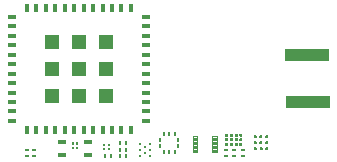
<source format=gbr>
G04 EAGLE Gerber RS-274X export*
G75*
%MOMM*%
%FSLAX34Y34*%
%LPD*%
%INSolderpaste Top*%
%IPPOS*%
%AMOC8*
5,1,8,0,0,1.08239X$1,22.5*%
G01*
%ADD10R,0.200000X0.300000*%
%ADD11R,0.700000X0.400000*%
%ADD12R,0.400000X0.700000*%
%ADD13R,1.280000X1.280000*%
%ADD14R,0.224000X0.374000*%
%ADD15R,0.300000X0.200000*%
%ADD16R,0.374000X0.224000*%
%ADD17R,3.720000X1.120000*%
%ADD18C,0.200000*%
%ADD19R,0.800000X0.400000*%
%ADD20C,0.192000*%
%ADD21C,0.120000*%
%ADD22R,0.280000X0.310000*%

G36*
X205301Y20695D02*
X205301Y20695D01*
X205492Y20733D01*
X205493Y20734D01*
X205494Y20734D01*
X205656Y20842D01*
X205657Y20844D01*
X205658Y20844D01*
X205766Y21006D01*
X205766Y21007D01*
X205767Y21008D01*
X205769Y21017D01*
X205772Y21032D01*
X205775Y21047D01*
X205777Y21057D01*
X205780Y21072D01*
X205783Y21087D01*
X205788Y21112D01*
X205790Y21127D01*
X205791Y21127D01*
X205790Y21127D01*
X205795Y21151D01*
X205795Y21152D01*
X205798Y21166D01*
X205801Y21181D01*
X205803Y21191D01*
X205805Y21199D01*
X205805Y21200D01*
X205805Y22800D01*
X205805Y22801D01*
X205767Y22992D01*
X205766Y22993D01*
X205766Y22994D01*
X205658Y23156D01*
X205657Y23157D01*
X205656Y23158D01*
X205494Y23266D01*
X205493Y23266D01*
X205492Y23267D01*
X205301Y23305D01*
X205300Y23305D01*
X203700Y23305D01*
X203699Y23305D01*
X203508Y23267D01*
X203507Y23266D01*
X203506Y23266D01*
X203344Y23158D01*
X203343Y23157D01*
X203342Y23156D01*
X203234Y22994D01*
X203234Y22993D01*
X203233Y22992D01*
X203231Y22981D01*
X203228Y22966D01*
X203225Y22951D01*
X203223Y22942D01*
X203223Y22941D01*
X203220Y22927D01*
X203217Y22912D01*
X203215Y22902D01*
X203212Y22887D01*
X203209Y22872D01*
X203204Y22847D01*
X203201Y22832D01*
X203196Y22807D01*
X203195Y22801D01*
X203195Y22800D01*
X203195Y21200D01*
X203195Y21199D01*
X203233Y21008D01*
X203234Y21007D01*
X203234Y21006D01*
X203342Y20844D01*
X203344Y20843D01*
X203344Y20842D01*
X203506Y20734D01*
X203507Y20734D01*
X203508Y20733D01*
X203699Y20695D01*
X203700Y20695D01*
X205300Y20695D01*
X205301Y20695D01*
G37*
G36*
X201301Y20695D02*
X201301Y20695D01*
X201492Y20733D01*
X201493Y20734D01*
X201494Y20734D01*
X201656Y20842D01*
X201657Y20844D01*
X201658Y20844D01*
X201766Y21006D01*
X201766Y21007D01*
X201767Y21008D01*
X201769Y21017D01*
X201772Y21032D01*
X201775Y21047D01*
X201777Y21057D01*
X201780Y21072D01*
X201783Y21087D01*
X201788Y21112D01*
X201790Y21127D01*
X201791Y21127D01*
X201790Y21127D01*
X201795Y21151D01*
X201795Y21152D01*
X201798Y21166D01*
X201801Y21181D01*
X201803Y21191D01*
X201805Y21199D01*
X201805Y21200D01*
X201805Y22800D01*
X201805Y22801D01*
X201767Y22992D01*
X201766Y22993D01*
X201766Y22994D01*
X201658Y23156D01*
X201657Y23157D01*
X201656Y23158D01*
X201494Y23266D01*
X201493Y23266D01*
X201492Y23267D01*
X201301Y23305D01*
X201300Y23305D01*
X199700Y23305D01*
X199699Y23305D01*
X199508Y23267D01*
X199507Y23266D01*
X199506Y23266D01*
X199344Y23158D01*
X199343Y23157D01*
X199342Y23156D01*
X199234Y22994D01*
X199234Y22993D01*
X199233Y22992D01*
X199231Y22981D01*
X199228Y22966D01*
X199225Y22951D01*
X199223Y22942D01*
X199223Y22941D01*
X199220Y22927D01*
X199217Y22912D01*
X199215Y22902D01*
X199212Y22887D01*
X199209Y22872D01*
X199204Y22847D01*
X199201Y22832D01*
X199196Y22807D01*
X199195Y22801D01*
X199195Y22800D01*
X199195Y21200D01*
X199195Y21199D01*
X199233Y21008D01*
X199234Y21007D01*
X199234Y21006D01*
X199342Y20844D01*
X199344Y20843D01*
X199344Y20842D01*
X199506Y20734D01*
X199507Y20734D01*
X199508Y20733D01*
X199699Y20695D01*
X199700Y20695D01*
X201300Y20695D01*
X201301Y20695D01*
G37*
G36*
X193301Y20695D02*
X193301Y20695D01*
X193492Y20733D01*
X193493Y20734D01*
X193494Y20734D01*
X193656Y20842D01*
X193657Y20844D01*
X193658Y20844D01*
X193766Y21006D01*
X193766Y21007D01*
X193767Y21008D01*
X193769Y21017D01*
X193772Y21032D01*
X193775Y21047D01*
X193777Y21057D01*
X193780Y21072D01*
X193783Y21087D01*
X193788Y21112D01*
X193790Y21127D01*
X193791Y21127D01*
X193790Y21127D01*
X193795Y21151D01*
X193795Y21152D01*
X193798Y21166D01*
X193801Y21181D01*
X193803Y21191D01*
X193805Y21199D01*
X193805Y21200D01*
X193805Y22800D01*
X193805Y22801D01*
X193767Y22992D01*
X193766Y22993D01*
X193766Y22994D01*
X193658Y23156D01*
X193657Y23157D01*
X193656Y23158D01*
X193494Y23266D01*
X193493Y23266D01*
X193492Y23267D01*
X193301Y23305D01*
X193300Y23305D01*
X191700Y23305D01*
X191699Y23305D01*
X191508Y23267D01*
X191507Y23266D01*
X191506Y23266D01*
X191344Y23158D01*
X191343Y23157D01*
X191342Y23156D01*
X191234Y22994D01*
X191234Y22993D01*
X191233Y22992D01*
X191231Y22981D01*
X191228Y22966D01*
X191225Y22951D01*
X191223Y22942D01*
X191223Y22941D01*
X191220Y22927D01*
X191217Y22912D01*
X191215Y22902D01*
X191212Y22887D01*
X191209Y22872D01*
X191204Y22847D01*
X191201Y22832D01*
X191196Y22807D01*
X191195Y22801D01*
X191195Y22800D01*
X191195Y21200D01*
X191195Y21199D01*
X191233Y21008D01*
X191234Y21007D01*
X191234Y21006D01*
X191342Y20844D01*
X191344Y20843D01*
X191344Y20842D01*
X191506Y20734D01*
X191507Y20734D01*
X191508Y20733D01*
X191699Y20695D01*
X191700Y20695D01*
X193300Y20695D01*
X193301Y20695D01*
G37*
G36*
X197301Y20695D02*
X197301Y20695D01*
X197492Y20733D01*
X197493Y20734D01*
X197494Y20734D01*
X197656Y20842D01*
X197657Y20844D01*
X197658Y20844D01*
X197766Y21006D01*
X197766Y21007D01*
X197767Y21008D01*
X197769Y21017D01*
X197772Y21032D01*
X197775Y21047D01*
X197777Y21057D01*
X197780Y21072D01*
X197783Y21087D01*
X197788Y21112D01*
X197790Y21127D01*
X197791Y21127D01*
X197790Y21127D01*
X197795Y21151D01*
X197795Y21152D01*
X197798Y21166D01*
X197801Y21181D01*
X197803Y21191D01*
X197805Y21199D01*
X197805Y21200D01*
X197805Y22800D01*
X197805Y22801D01*
X197767Y22992D01*
X197766Y22993D01*
X197766Y22994D01*
X197658Y23156D01*
X197657Y23157D01*
X197656Y23158D01*
X197494Y23266D01*
X197493Y23266D01*
X197492Y23267D01*
X197301Y23305D01*
X197300Y23305D01*
X195700Y23305D01*
X195699Y23305D01*
X195508Y23267D01*
X195507Y23266D01*
X195506Y23266D01*
X195344Y23158D01*
X195343Y23157D01*
X195342Y23156D01*
X195234Y22994D01*
X195234Y22993D01*
X195233Y22992D01*
X195231Y22981D01*
X195228Y22966D01*
X195225Y22951D01*
X195223Y22942D01*
X195223Y22941D01*
X195220Y22927D01*
X195217Y22912D01*
X195215Y22902D01*
X195212Y22887D01*
X195209Y22872D01*
X195204Y22847D01*
X195201Y22832D01*
X195196Y22807D01*
X195195Y22801D01*
X195195Y22800D01*
X195195Y21200D01*
X195195Y21199D01*
X195233Y21008D01*
X195234Y21007D01*
X195234Y21006D01*
X195342Y20844D01*
X195344Y20843D01*
X195344Y20842D01*
X195506Y20734D01*
X195507Y20734D01*
X195508Y20733D01*
X195699Y20695D01*
X195700Y20695D01*
X197300Y20695D01*
X197301Y20695D01*
G37*
G36*
X197301Y12695D02*
X197301Y12695D01*
X197492Y12733D01*
X197493Y12734D01*
X197494Y12734D01*
X197656Y12842D01*
X197657Y12844D01*
X197658Y12844D01*
X197766Y13006D01*
X197766Y13007D01*
X197767Y13008D01*
X197769Y13017D01*
X197772Y13032D01*
X197775Y13047D01*
X197777Y13057D01*
X197780Y13072D01*
X197783Y13087D01*
X197788Y13112D01*
X197790Y13127D01*
X197791Y13127D01*
X197790Y13127D01*
X197795Y13151D01*
X197795Y13152D01*
X197798Y13166D01*
X197801Y13181D01*
X197803Y13191D01*
X197805Y13199D01*
X197805Y13200D01*
X197805Y14800D01*
X197805Y14801D01*
X197767Y14992D01*
X197766Y14993D01*
X197766Y14994D01*
X197658Y15156D01*
X197657Y15157D01*
X197656Y15158D01*
X197494Y15266D01*
X197493Y15266D01*
X197492Y15267D01*
X197301Y15305D01*
X197300Y15305D01*
X195700Y15305D01*
X195699Y15305D01*
X195508Y15267D01*
X195507Y15266D01*
X195506Y15266D01*
X195344Y15158D01*
X195343Y15157D01*
X195342Y15156D01*
X195234Y14994D01*
X195234Y14993D01*
X195233Y14992D01*
X195231Y14981D01*
X195228Y14966D01*
X195225Y14951D01*
X195223Y14942D01*
X195223Y14941D01*
X195220Y14927D01*
X195217Y14912D01*
X195215Y14902D01*
X195212Y14887D01*
X195209Y14872D01*
X195204Y14847D01*
X195201Y14832D01*
X195196Y14807D01*
X195195Y14801D01*
X195195Y14800D01*
X195195Y13200D01*
X195195Y13199D01*
X195233Y13008D01*
X195234Y13007D01*
X195234Y13006D01*
X195342Y12844D01*
X195344Y12843D01*
X195344Y12842D01*
X195506Y12734D01*
X195507Y12734D01*
X195508Y12733D01*
X195699Y12695D01*
X195700Y12695D01*
X197300Y12695D01*
X197301Y12695D01*
G37*
G36*
X205301Y12695D02*
X205301Y12695D01*
X205492Y12733D01*
X205493Y12734D01*
X205494Y12734D01*
X205656Y12842D01*
X205657Y12844D01*
X205658Y12844D01*
X205766Y13006D01*
X205766Y13007D01*
X205767Y13008D01*
X205769Y13017D01*
X205772Y13032D01*
X205775Y13047D01*
X205777Y13057D01*
X205780Y13072D01*
X205783Y13087D01*
X205788Y13112D01*
X205790Y13127D01*
X205791Y13127D01*
X205790Y13127D01*
X205795Y13151D01*
X205795Y13152D01*
X205798Y13166D01*
X205801Y13181D01*
X205803Y13191D01*
X205805Y13199D01*
X205805Y13200D01*
X205805Y14800D01*
X205805Y14801D01*
X205767Y14992D01*
X205766Y14993D01*
X205766Y14994D01*
X205658Y15156D01*
X205657Y15157D01*
X205656Y15158D01*
X205494Y15266D01*
X205493Y15266D01*
X205492Y15267D01*
X205301Y15305D01*
X205300Y15305D01*
X203700Y15305D01*
X203699Y15305D01*
X203508Y15267D01*
X203507Y15266D01*
X203506Y15266D01*
X203344Y15158D01*
X203343Y15157D01*
X203342Y15156D01*
X203234Y14994D01*
X203234Y14993D01*
X203233Y14992D01*
X203231Y14981D01*
X203228Y14966D01*
X203225Y14951D01*
X203223Y14942D01*
X203223Y14941D01*
X203220Y14927D01*
X203217Y14912D01*
X203215Y14902D01*
X203212Y14887D01*
X203209Y14872D01*
X203204Y14847D01*
X203201Y14832D01*
X203196Y14807D01*
X203195Y14801D01*
X203195Y14800D01*
X203195Y13200D01*
X203195Y13199D01*
X203233Y13008D01*
X203234Y13007D01*
X203234Y13006D01*
X203342Y12844D01*
X203344Y12843D01*
X203344Y12842D01*
X203506Y12734D01*
X203507Y12734D01*
X203508Y12733D01*
X203699Y12695D01*
X203700Y12695D01*
X205300Y12695D01*
X205301Y12695D01*
G37*
G36*
X193301Y12695D02*
X193301Y12695D01*
X193492Y12733D01*
X193493Y12734D01*
X193494Y12734D01*
X193656Y12842D01*
X193657Y12844D01*
X193658Y12844D01*
X193766Y13006D01*
X193766Y13007D01*
X193767Y13008D01*
X193769Y13017D01*
X193772Y13032D01*
X193775Y13047D01*
X193777Y13057D01*
X193780Y13072D01*
X193783Y13087D01*
X193788Y13112D01*
X193790Y13127D01*
X193791Y13127D01*
X193790Y13127D01*
X193795Y13151D01*
X193795Y13152D01*
X193798Y13166D01*
X193801Y13181D01*
X193803Y13191D01*
X193805Y13199D01*
X193805Y13200D01*
X193805Y14800D01*
X193805Y14801D01*
X193767Y14992D01*
X193766Y14993D01*
X193766Y14994D01*
X193658Y15156D01*
X193657Y15157D01*
X193656Y15158D01*
X193494Y15266D01*
X193493Y15266D01*
X193492Y15267D01*
X193301Y15305D01*
X193300Y15305D01*
X191700Y15305D01*
X191699Y15305D01*
X191508Y15267D01*
X191507Y15266D01*
X191506Y15266D01*
X191344Y15158D01*
X191343Y15157D01*
X191342Y15156D01*
X191234Y14994D01*
X191234Y14993D01*
X191233Y14992D01*
X191231Y14981D01*
X191228Y14966D01*
X191225Y14951D01*
X191223Y14942D01*
X191223Y14941D01*
X191220Y14927D01*
X191217Y14912D01*
X191215Y14902D01*
X191212Y14887D01*
X191209Y14872D01*
X191204Y14847D01*
X191201Y14832D01*
X191196Y14807D01*
X191195Y14801D01*
X191195Y14800D01*
X191195Y13200D01*
X191195Y13199D01*
X191233Y13008D01*
X191234Y13007D01*
X191234Y13006D01*
X191342Y12844D01*
X191344Y12843D01*
X191344Y12842D01*
X191506Y12734D01*
X191507Y12734D01*
X191508Y12733D01*
X191699Y12695D01*
X191700Y12695D01*
X193300Y12695D01*
X193301Y12695D01*
G37*
G36*
X193301Y16695D02*
X193301Y16695D01*
X193492Y16733D01*
X193493Y16734D01*
X193494Y16734D01*
X193656Y16842D01*
X193657Y16844D01*
X193658Y16844D01*
X193766Y17006D01*
X193766Y17007D01*
X193767Y17008D01*
X193769Y17017D01*
X193772Y17032D01*
X193775Y17047D01*
X193777Y17057D01*
X193780Y17072D01*
X193783Y17087D01*
X193788Y17112D01*
X193790Y17127D01*
X193791Y17127D01*
X193790Y17127D01*
X193795Y17151D01*
X193795Y17152D01*
X193798Y17166D01*
X193801Y17181D01*
X193803Y17191D01*
X193805Y17199D01*
X193805Y17200D01*
X193805Y18800D01*
X193805Y18801D01*
X193767Y18992D01*
X193766Y18993D01*
X193766Y18994D01*
X193658Y19156D01*
X193657Y19157D01*
X193656Y19158D01*
X193494Y19266D01*
X193493Y19266D01*
X193492Y19267D01*
X193301Y19305D01*
X193300Y19305D01*
X191700Y19305D01*
X191699Y19305D01*
X191508Y19267D01*
X191507Y19266D01*
X191506Y19266D01*
X191344Y19158D01*
X191343Y19157D01*
X191342Y19156D01*
X191234Y18994D01*
X191234Y18993D01*
X191233Y18992D01*
X191231Y18981D01*
X191228Y18966D01*
X191225Y18951D01*
X191223Y18942D01*
X191223Y18941D01*
X191220Y18927D01*
X191217Y18912D01*
X191215Y18902D01*
X191212Y18887D01*
X191209Y18872D01*
X191204Y18847D01*
X191201Y18832D01*
X191196Y18807D01*
X191195Y18801D01*
X191195Y18800D01*
X191195Y17200D01*
X191195Y17199D01*
X191233Y17008D01*
X191234Y17007D01*
X191234Y17006D01*
X191342Y16844D01*
X191344Y16843D01*
X191344Y16842D01*
X191506Y16734D01*
X191507Y16734D01*
X191508Y16733D01*
X191699Y16695D01*
X191700Y16695D01*
X193300Y16695D01*
X193301Y16695D01*
G37*
G36*
X197301Y16695D02*
X197301Y16695D01*
X197492Y16733D01*
X197493Y16734D01*
X197494Y16734D01*
X197656Y16842D01*
X197657Y16844D01*
X197658Y16844D01*
X197766Y17006D01*
X197766Y17007D01*
X197767Y17008D01*
X197769Y17017D01*
X197772Y17032D01*
X197775Y17047D01*
X197777Y17057D01*
X197780Y17072D01*
X197783Y17087D01*
X197788Y17112D01*
X197790Y17127D01*
X197791Y17127D01*
X197790Y17127D01*
X197795Y17151D01*
X197795Y17152D01*
X197798Y17166D01*
X197801Y17181D01*
X197803Y17191D01*
X197805Y17199D01*
X197805Y17200D01*
X197805Y18800D01*
X197805Y18801D01*
X197767Y18992D01*
X197766Y18993D01*
X197766Y18994D01*
X197658Y19156D01*
X197657Y19157D01*
X197656Y19158D01*
X197494Y19266D01*
X197493Y19266D01*
X197492Y19267D01*
X197301Y19305D01*
X197300Y19305D01*
X195700Y19305D01*
X195699Y19305D01*
X195508Y19267D01*
X195507Y19266D01*
X195506Y19266D01*
X195344Y19158D01*
X195343Y19157D01*
X195342Y19156D01*
X195234Y18994D01*
X195234Y18993D01*
X195233Y18992D01*
X195231Y18981D01*
X195228Y18966D01*
X195225Y18951D01*
X195223Y18942D01*
X195223Y18941D01*
X195220Y18927D01*
X195217Y18912D01*
X195215Y18902D01*
X195212Y18887D01*
X195209Y18872D01*
X195204Y18847D01*
X195201Y18832D01*
X195196Y18807D01*
X195195Y18801D01*
X195195Y18800D01*
X195195Y17200D01*
X195195Y17199D01*
X195233Y17008D01*
X195234Y17007D01*
X195234Y17006D01*
X195342Y16844D01*
X195344Y16843D01*
X195344Y16842D01*
X195506Y16734D01*
X195507Y16734D01*
X195508Y16733D01*
X195699Y16695D01*
X195700Y16695D01*
X197300Y16695D01*
X197301Y16695D01*
G37*
G36*
X205301Y16695D02*
X205301Y16695D01*
X205492Y16733D01*
X205493Y16734D01*
X205494Y16734D01*
X205656Y16842D01*
X205657Y16844D01*
X205658Y16844D01*
X205766Y17006D01*
X205766Y17007D01*
X205767Y17008D01*
X205769Y17017D01*
X205772Y17032D01*
X205775Y17047D01*
X205777Y17057D01*
X205780Y17072D01*
X205783Y17087D01*
X205788Y17112D01*
X205790Y17127D01*
X205791Y17127D01*
X205790Y17127D01*
X205795Y17151D01*
X205795Y17152D01*
X205798Y17166D01*
X205801Y17181D01*
X205803Y17191D01*
X205805Y17199D01*
X205805Y17200D01*
X205805Y18800D01*
X205805Y18801D01*
X205767Y18992D01*
X205766Y18993D01*
X205766Y18994D01*
X205658Y19156D01*
X205657Y19157D01*
X205656Y19158D01*
X205494Y19266D01*
X205493Y19266D01*
X205492Y19267D01*
X205301Y19305D01*
X205300Y19305D01*
X203700Y19305D01*
X203699Y19305D01*
X203508Y19267D01*
X203507Y19266D01*
X203506Y19266D01*
X203344Y19158D01*
X203343Y19157D01*
X203342Y19156D01*
X203234Y18994D01*
X203234Y18993D01*
X203233Y18992D01*
X203231Y18981D01*
X203228Y18966D01*
X203225Y18951D01*
X203223Y18942D01*
X203223Y18941D01*
X203220Y18927D01*
X203217Y18912D01*
X203215Y18902D01*
X203212Y18887D01*
X203209Y18872D01*
X203204Y18847D01*
X203201Y18832D01*
X203196Y18807D01*
X203195Y18801D01*
X203195Y18800D01*
X203195Y17200D01*
X203195Y17199D01*
X203233Y17008D01*
X203234Y17007D01*
X203234Y17006D01*
X203342Y16844D01*
X203344Y16843D01*
X203344Y16842D01*
X203506Y16734D01*
X203507Y16734D01*
X203508Y16733D01*
X203699Y16695D01*
X203700Y16695D01*
X205300Y16695D01*
X205301Y16695D01*
G37*
G36*
X201301Y16695D02*
X201301Y16695D01*
X201492Y16733D01*
X201493Y16734D01*
X201494Y16734D01*
X201656Y16842D01*
X201657Y16844D01*
X201658Y16844D01*
X201766Y17006D01*
X201766Y17007D01*
X201767Y17008D01*
X201769Y17017D01*
X201772Y17032D01*
X201775Y17047D01*
X201777Y17057D01*
X201780Y17072D01*
X201783Y17087D01*
X201788Y17112D01*
X201790Y17127D01*
X201791Y17127D01*
X201790Y17127D01*
X201795Y17151D01*
X201795Y17152D01*
X201798Y17166D01*
X201801Y17181D01*
X201803Y17191D01*
X201805Y17199D01*
X201805Y17200D01*
X201805Y18800D01*
X201805Y18801D01*
X201767Y18992D01*
X201766Y18993D01*
X201766Y18994D01*
X201658Y19156D01*
X201657Y19157D01*
X201656Y19158D01*
X201494Y19266D01*
X201493Y19266D01*
X201492Y19267D01*
X201301Y19305D01*
X201300Y19305D01*
X199700Y19305D01*
X199699Y19305D01*
X199508Y19267D01*
X199507Y19266D01*
X199506Y19266D01*
X199344Y19158D01*
X199343Y19157D01*
X199342Y19156D01*
X199234Y18994D01*
X199234Y18993D01*
X199233Y18992D01*
X199231Y18981D01*
X199228Y18966D01*
X199225Y18951D01*
X199223Y18942D01*
X199223Y18941D01*
X199220Y18927D01*
X199217Y18912D01*
X199215Y18902D01*
X199212Y18887D01*
X199209Y18872D01*
X199204Y18847D01*
X199201Y18832D01*
X199196Y18807D01*
X199195Y18801D01*
X199195Y18800D01*
X199195Y17200D01*
X199195Y17199D01*
X199233Y17008D01*
X199234Y17007D01*
X199234Y17006D01*
X199342Y16844D01*
X199344Y16843D01*
X199344Y16842D01*
X199506Y16734D01*
X199507Y16734D01*
X199508Y16733D01*
X199699Y16695D01*
X199700Y16695D01*
X201300Y16695D01*
X201301Y16695D01*
G37*
G36*
X201301Y12695D02*
X201301Y12695D01*
X201492Y12733D01*
X201493Y12734D01*
X201494Y12734D01*
X201656Y12842D01*
X201657Y12844D01*
X201658Y12844D01*
X201766Y13006D01*
X201766Y13007D01*
X201767Y13008D01*
X201769Y13017D01*
X201772Y13032D01*
X201775Y13047D01*
X201777Y13057D01*
X201780Y13072D01*
X201783Y13087D01*
X201788Y13112D01*
X201790Y13127D01*
X201791Y13127D01*
X201790Y13127D01*
X201795Y13151D01*
X201795Y13152D01*
X201798Y13166D01*
X201801Y13181D01*
X201803Y13191D01*
X201805Y13199D01*
X201805Y13200D01*
X201805Y14800D01*
X201805Y14801D01*
X201767Y14992D01*
X201766Y14993D01*
X201766Y14994D01*
X201658Y15156D01*
X201657Y15157D01*
X201656Y15158D01*
X201494Y15266D01*
X201493Y15266D01*
X201492Y15267D01*
X201301Y15305D01*
X201300Y15305D01*
X199700Y15305D01*
X199699Y15305D01*
X199508Y15267D01*
X199507Y15266D01*
X199506Y15266D01*
X199344Y15158D01*
X199343Y15157D01*
X199342Y15156D01*
X199234Y14994D01*
X199234Y14993D01*
X199233Y14992D01*
X199231Y14981D01*
X199228Y14966D01*
X199225Y14951D01*
X199223Y14942D01*
X199223Y14941D01*
X199220Y14927D01*
X199217Y14912D01*
X199215Y14902D01*
X199212Y14887D01*
X199209Y14872D01*
X199204Y14847D01*
X199201Y14832D01*
X199196Y14807D01*
X199195Y14801D01*
X199195Y14800D01*
X199195Y13200D01*
X199195Y13199D01*
X199233Y13008D01*
X199234Y13007D01*
X199234Y13006D01*
X199342Y12844D01*
X199344Y12843D01*
X199344Y12842D01*
X199506Y12734D01*
X199507Y12734D01*
X199508Y12733D01*
X199699Y12695D01*
X199700Y12695D01*
X201300Y12695D01*
X201301Y12695D01*
G37*
G36*
X217251Y14245D02*
X217251Y14245D01*
X217442Y14283D01*
X217443Y14284D01*
X217444Y14284D01*
X217606Y14392D01*
X217607Y14394D01*
X217608Y14394D01*
X217716Y14556D01*
X217716Y14557D01*
X217717Y14558D01*
X217755Y14749D01*
X217755Y14750D01*
X217755Y16250D01*
X217755Y16251D01*
X217717Y16442D01*
X217716Y16443D01*
X217716Y16444D01*
X217608Y16606D01*
X217607Y16607D01*
X217606Y16608D01*
X217444Y16716D01*
X217443Y16716D01*
X217442Y16717D01*
X217251Y16755D01*
X217250Y16755D01*
X215750Y16755D01*
X215749Y16755D01*
X215558Y16717D01*
X215557Y16716D01*
X215556Y16716D01*
X215394Y16608D01*
X215393Y16607D01*
X215392Y16606D01*
X215284Y16444D01*
X215284Y16443D01*
X215283Y16442D01*
X215245Y16251D01*
X215245Y16250D01*
X215245Y14750D01*
X215245Y14749D01*
X215283Y14558D01*
X215284Y14557D01*
X215284Y14556D01*
X215392Y14394D01*
X215394Y14393D01*
X215394Y14392D01*
X215556Y14284D01*
X215557Y14284D01*
X215558Y14283D01*
X215749Y14245D01*
X215750Y14245D01*
X217250Y14245D01*
X217251Y14245D01*
G37*
G36*
X222251Y14245D02*
X222251Y14245D01*
X222442Y14283D01*
X222443Y14284D01*
X222444Y14284D01*
X222606Y14392D01*
X222607Y14394D01*
X222608Y14394D01*
X222716Y14556D01*
X222716Y14557D01*
X222717Y14558D01*
X222755Y14749D01*
X222755Y14750D01*
X222755Y16250D01*
X222755Y16251D01*
X222717Y16442D01*
X222716Y16443D01*
X222716Y16444D01*
X222608Y16606D01*
X222607Y16607D01*
X222606Y16608D01*
X222444Y16716D01*
X222443Y16716D01*
X222442Y16717D01*
X222251Y16755D01*
X222250Y16755D01*
X220750Y16755D01*
X220749Y16755D01*
X220558Y16717D01*
X220557Y16716D01*
X220556Y16716D01*
X220394Y16608D01*
X220393Y16607D01*
X220392Y16606D01*
X220284Y16444D01*
X220284Y16443D01*
X220283Y16442D01*
X220245Y16251D01*
X220245Y16250D01*
X220245Y14750D01*
X220245Y14749D01*
X220283Y14558D01*
X220284Y14557D01*
X220284Y14556D01*
X220392Y14394D01*
X220394Y14393D01*
X220394Y14392D01*
X220556Y14284D01*
X220557Y14284D01*
X220558Y14283D01*
X220749Y14245D01*
X220750Y14245D01*
X222250Y14245D01*
X222251Y14245D01*
G37*
G36*
X217251Y9245D02*
X217251Y9245D01*
X217442Y9283D01*
X217443Y9284D01*
X217444Y9284D01*
X217606Y9392D01*
X217607Y9394D01*
X217608Y9394D01*
X217716Y9556D01*
X217716Y9557D01*
X217717Y9558D01*
X217755Y9749D01*
X217755Y9750D01*
X217755Y11250D01*
X217755Y11251D01*
X217717Y11442D01*
X217716Y11443D01*
X217716Y11444D01*
X217608Y11606D01*
X217607Y11607D01*
X217606Y11608D01*
X217444Y11716D01*
X217443Y11716D01*
X217442Y11717D01*
X217251Y11755D01*
X217250Y11755D01*
X215750Y11755D01*
X215749Y11755D01*
X215558Y11717D01*
X215557Y11716D01*
X215556Y11716D01*
X215394Y11608D01*
X215393Y11607D01*
X215392Y11606D01*
X215284Y11444D01*
X215284Y11443D01*
X215283Y11442D01*
X215245Y11251D01*
X215245Y11250D01*
X215245Y9750D01*
X215245Y9749D01*
X215283Y9558D01*
X215284Y9557D01*
X215284Y9556D01*
X215392Y9394D01*
X215394Y9393D01*
X215394Y9392D01*
X215556Y9284D01*
X215557Y9284D01*
X215558Y9283D01*
X215749Y9245D01*
X215750Y9245D01*
X217250Y9245D01*
X217251Y9245D01*
G37*
G36*
X222301Y9245D02*
X222301Y9245D01*
X222492Y9283D01*
X222493Y9284D01*
X222494Y9284D01*
X222656Y9392D01*
X222657Y9394D01*
X222658Y9394D01*
X222766Y9556D01*
X222766Y9557D01*
X222767Y9558D01*
X222805Y9749D01*
X222805Y9750D01*
X222805Y11250D01*
X222805Y11251D01*
X222767Y11442D01*
X222766Y11443D01*
X222766Y11444D01*
X222658Y11606D01*
X222657Y11607D01*
X222656Y11608D01*
X222494Y11716D01*
X222493Y11716D01*
X222492Y11717D01*
X222301Y11755D01*
X222300Y11755D01*
X220800Y11755D01*
X220799Y11755D01*
X220608Y11717D01*
X220607Y11716D01*
X220606Y11716D01*
X220444Y11608D01*
X220443Y11607D01*
X220442Y11606D01*
X220334Y11444D01*
X220334Y11443D01*
X220333Y11442D01*
X220295Y11251D01*
X220295Y11250D01*
X220295Y9750D01*
X220295Y9749D01*
X220333Y9558D01*
X220334Y9557D01*
X220334Y9556D01*
X220442Y9394D01*
X220444Y9393D01*
X220444Y9392D01*
X220606Y9284D01*
X220607Y9284D01*
X220608Y9283D01*
X220799Y9245D01*
X220800Y9245D01*
X222300Y9245D01*
X222301Y9245D01*
G37*
G36*
X227251Y14245D02*
X227251Y14245D01*
X227442Y14283D01*
X227443Y14284D01*
X227444Y14284D01*
X227606Y14392D01*
X227607Y14394D01*
X227608Y14394D01*
X227716Y14556D01*
X227716Y14557D01*
X227717Y14558D01*
X227755Y14749D01*
X227755Y14750D01*
X227755Y16250D01*
X227755Y16251D01*
X227717Y16442D01*
X227716Y16443D01*
X227716Y16444D01*
X227608Y16606D01*
X227607Y16607D01*
X227606Y16608D01*
X227444Y16716D01*
X227443Y16716D01*
X227442Y16717D01*
X227251Y16755D01*
X227250Y16755D01*
X225750Y16755D01*
X225749Y16755D01*
X225558Y16717D01*
X225557Y16716D01*
X225556Y16716D01*
X225394Y16608D01*
X225393Y16607D01*
X225392Y16606D01*
X225284Y16444D01*
X225284Y16443D01*
X225283Y16442D01*
X225245Y16251D01*
X225245Y16250D01*
X225245Y14750D01*
X225245Y14749D01*
X225283Y14558D01*
X225284Y14557D01*
X225284Y14556D01*
X225392Y14394D01*
X225394Y14393D01*
X225394Y14392D01*
X225556Y14284D01*
X225557Y14284D01*
X225558Y14283D01*
X225749Y14245D01*
X225750Y14245D01*
X227250Y14245D01*
X227251Y14245D01*
G37*
G36*
X227251Y19245D02*
X227251Y19245D01*
X227442Y19283D01*
X227443Y19284D01*
X227444Y19284D01*
X227606Y19392D01*
X227607Y19394D01*
X227608Y19394D01*
X227716Y19556D01*
X227716Y19557D01*
X227717Y19558D01*
X227755Y19749D01*
X227755Y19750D01*
X227755Y21250D01*
X227755Y21251D01*
X227717Y21442D01*
X227716Y21443D01*
X227716Y21444D01*
X227608Y21606D01*
X227607Y21607D01*
X227606Y21608D01*
X227444Y21716D01*
X227443Y21716D01*
X227442Y21717D01*
X227251Y21755D01*
X227250Y21755D01*
X225750Y21755D01*
X225749Y21755D01*
X225558Y21717D01*
X225557Y21716D01*
X225556Y21716D01*
X225394Y21608D01*
X225393Y21607D01*
X225392Y21606D01*
X225284Y21444D01*
X225284Y21443D01*
X225283Y21442D01*
X225245Y21251D01*
X225245Y21250D01*
X225245Y19750D01*
X225245Y19749D01*
X225283Y19558D01*
X225284Y19557D01*
X225284Y19556D01*
X225392Y19394D01*
X225394Y19393D01*
X225394Y19392D01*
X225556Y19284D01*
X225557Y19284D01*
X225558Y19283D01*
X225749Y19245D01*
X225750Y19245D01*
X227250Y19245D01*
X227251Y19245D01*
G37*
G36*
X222251Y19245D02*
X222251Y19245D01*
X222442Y19283D01*
X222443Y19284D01*
X222444Y19284D01*
X222606Y19392D01*
X222607Y19394D01*
X222608Y19394D01*
X222716Y19556D01*
X222716Y19557D01*
X222717Y19558D01*
X222755Y19749D01*
X222755Y19750D01*
X222755Y21250D01*
X222755Y21251D01*
X222717Y21442D01*
X222716Y21443D01*
X222716Y21444D01*
X222608Y21606D01*
X222607Y21607D01*
X222606Y21608D01*
X222444Y21716D01*
X222443Y21716D01*
X222442Y21717D01*
X222251Y21755D01*
X222250Y21755D01*
X220750Y21755D01*
X220749Y21755D01*
X220558Y21717D01*
X220557Y21716D01*
X220556Y21716D01*
X220394Y21608D01*
X220393Y21607D01*
X220392Y21606D01*
X220284Y21444D01*
X220284Y21443D01*
X220283Y21442D01*
X220245Y21251D01*
X220245Y21250D01*
X220245Y19750D01*
X220245Y19749D01*
X220283Y19558D01*
X220284Y19557D01*
X220284Y19556D01*
X220392Y19394D01*
X220394Y19393D01*
X220394Y19392D01*
X220556Y19284D01*
X220557Y19284D01*
X220558Y19283D01*
X220749Y19245D01*
X220750Y19245D01*
X222250Y19245D01*
X222251Y19245D01*
G37*
G36*
X217251Y19245D02*
X217251Y19245D01*
X217442Y19283D01*
X217443Y19284D01*
X217444Y19284D01*
X217606Y19392D01*
X217607Y19394D01*
X217608Y19394D01*
X217716Y19556D01*
X217716Y19557D01*
X217717Y19558D01*
X217755Y19749D01*
X217755Y19750D01*
X217755Y21250D01*
X217755Y21251D01*
X217717Y21442D01*
X217716Y21443D01*
X217716Y21444D01*
X217608Y21606D01*
X217607Y21607D01*
X217606Y21608D01*
X217444Y21716D01*
X217443Y21716D01*
X217442Y21717D01*
X217251Y21755D01*
X217250Y21755D01*
X215750Y21755D01*
X215749Y21755D01*
X215558Y21717D01*
X215557Y21716D01*
X215556Y21716D01*
X215394Y21608D01*
X215393Y21607D01*
X215392Y21606D01*
X215284Y21444D01*
X215284Y21443D01*
X215283Y21442D01*
X215245Y21251D01*
X215245Y21250D01*
X215245Y19750D01*
X215245Y19749D01*
X215283Y19558D01*
X215284Y19557D01*
X215284Y19556D01*
X215392Y19394D01*
X215394Y19393D01*
X215394Y19392D01*
X215556Y19284D01*
X215557Y19284D01*
X215558Y19283D01*
X215749Y19245D01*
X215750Y19245D01*
X217250Y19245D01*
X217251Y19245D01*
G37*
G36*
X227251Y9245D02*
X227251Y9245D01*
X227442Y9283D01*
X227443Y9284D01*
X227444Y9284D01*
X227606Y9392D01*
X227607Y9394D01*
X227608Y9394D01*
X227716Y9556D01*
X227716Y9557D01*
X227717Y9558D01*
X227755Y9749D01*
X227755Y9750D01*
X227755Y11250D01*
X227755Y11251D01*
X227717Y11442D01*
X227716Y11443D01*
X227716Y11444D01*
X227608Y11606D01*
X227607Y11607D01*
X227606Y11608D01*
X227444Y11716D01*
X227443Y11716D01*
X227442Y11717D01*
X227251Y11755D01*
X227250Y11755D01*
X225750Y11755D01*
X225749Y11755D01*
X225558Y11717D01*
X225557Y11716D01*
X225556Y11716D01*
X225394Y11608D01*
X225393Y11607D01*
X225392Y11606D01*
X225284Y11444D01*
X225284Y11443D01*
X225283Y11442D01*
X225245Y11251D01*
X225245Y11250D01*
X225245Y9750D01*
X225245Y9749D01*
X225283Y9558D01*
X225284Y9557D01*
X225284Y9556D01*
X225392Y9394D01*
X225394Y9393D01*
X225394Y9392D01*
X225556Y9284D01*
X225557Y9284D01*
X225558Y9283D01*
X225749Y9245D01*
X225750Y9245D01*
X227250Y9245D01*
X227251Y9245D01*
G37*
G36*
X66301Y10195D02*
X66301Y10195D01*
X66492Y10233D01*
X66493Y10234D01*
X66494Y10234D01*
X66656Y10342D01*
X66657Y10344D01*
X66658Y10344D01*
X66766Y10506D01*
X66766Y10507D01*
X66767Y10508D01*
X66769Y10517D01*
X66772Y10532D01*
X66775Y10547D01*
X66777Y10557D01*
X66780Y10572D01*
X66783Y10587D01*
X66788Y10612D01*
X66790Y10627D01*
X66791Y10627D01*
X66790Y10627D01*
X66795Y10651D01*
X66795Y10652D01*
X66798Y10666D01*
X66801Y10681D01*
X66803Y10691D01*
X66805Y10699D01*
X66805Y10700D01*
X66805Y11800D01*
X66805Y11801D01*
X66767Y11992D01*
X66766Y11993D01*
X66766Y11994D01*
X66658Y12156D01*
X66657Y12157D01*
X66656Y12158D01*
X66494Y12266D01*
X66493Y12266D01*
X66492Y12267D01*
X66301Y12305D01*
X66300Y12305D01*
X65200Y12305D01*
X65199Y12305D01*
X65008Y12267D01*
X65007Y12266D01*
X65006Y12266D01*
X64844Y12158D01*
X64843Y12157D01*
X64842Y12156D01*
X64734Y11994D01*
X64734Y11993D01*
X64733Y11992D01*
X64729Y11970D01*
X64729Y11969D01*
X64726Y11955D01*
X64721Y11930D01*
X64718Y11915D01*
X64715Y11900D01*
X64713Y11890D01*
X64710Y11875D01*
X64707Y11860D01*
X64705Y11850D01*
X64702Y11835D01*
X64699Y11820D01*
X64695Y11801D01*
X64695Y11800D01*
X64695Y10700D01*
X64695Y10699D01*
X64733Y10508D01*
X64734Y10507D01*
X64734Y10506D01*
X64842Y10344D01*
X64844Y10343D01*
X64844Y10342D01*
X65006Y10234D01*
X65007Y10234D01*
X65008Y10233D01*
X65199Y10195D01*
X65200Y10195D01*
X66300Y10195D01*
X66301Y10195D01*
G37*
G36*
X62801Y10195D02*
X62801Y10195D01*
X62992Y10233D01*
X62993Y10234D01*
X62994Y10234D01*
X63156Y10342D01*
X63157Y10344D01*
X63158Y10344D01*
X63266Y10506D01*
X63266Y10507D01*
X63267Y10508D01*
X63269Y10517D01*
X63272Y10532D01*
X63275Y10547D01*
X63277Y10557D01*
X63280Y10572D01*
X63283Y10587D01*
X63288Y10612D01*
X63290Y10627D01*
X63291Y10627D01*
X63290Y10627D01*
X63295Y10651D01*
X63295Y10652D01*
X63298Y10666D01*
X63301Y10681D01*
X63303Y10691D01*
X63305Y10699D01*
X63305Y10700D01*
X63305Y11800D01*
X63305Y11801D01*
X63267Y11992D01*
X63266Y11993D01*
X63266Y11994D01*
X63158Y12156D01*
X63157Y12157D01*
X63156Y12158D01*
X62994Y12266D01*
X62993Y12266D01*
X62992Y12267D01*
X62801Y12305D01*
X62800Y12305D01*
X61700Y12305D01*
X61699Y12305D01*
X61508Y12267D01*
X61507Y12266D01*
X61506Y12266D01*
X61344Y12158D01*
X61343Y12157D01*
X61342Y12156D01*
X61234Y11994D01*
X61234Y11993D01*
X61233Y11992D01*
X61229Y11970D01*
X61229Y11969D01*
X61226Y11955D01*
X61221Y11930D01*
X61218Y11915D01*
X61215Y11900D01*
X61213Y11890D01*
X61210Y11875D01*
X61207Y11860D01*
X61205Y11850D01*
X61202Y11835D01*
X61199Y11820D01*
X61195Y11801D01*
X61195Y11800D01*
X61195Y10700D01*
X61195Y10699D01*
X61233Y10508D01*
X61234Y10507D01*
X61234Y10506D01*
X61342Y10344D01*
X61344Y10343D01*
X61344Y10342D01*
X61506Y10234D01*
X61507Y10234D01*
X61508Y10233D01*
X61699Y10195D01*
X61700Y10195D01*
X62800Y10195D01*
X62801Y10195D01*
G37*
G36*
X62801Y13695D02*
X62801Y13695D01*
X62992Y13733D01*
X62993Y13734D01*
X62994Y13734D01*
X63156Y13842D01*
X63157Y13844D01*
X63158Y13844D01*
X63266Y14006D01*
X63266Y14007D01*
X63267Y14008D01*
X63269Y14017D01*
X63272Y14032D01*
X63275Y14047D01*
X63277Y14057D01*
X63280Y14072D01*
X63283Y14087D01*
X63288Y14112D01*
X63290Y14127D01*
X63291Y14127D01*
X63290Y14127D01*
X63295Y14151D01*
X63295Y14152D01*
X63298Y14166D01*
X63301Y14181D01*
X63303Y14191D01*
X63305Y14199D01*
X63305Y14200D01*
X63305Y15300D01*
X63305Y15301D01*
X63267Y15492D01*
X63266Y15493D01*
X63266Y15494D01*
X63158Y15656D01*
X63157Y15657D01*
X63156Y15658D01*
X62994Y15766D01*
X62993Y15766D01*
X62992Y15767D01*
X62801Y15805D01*
X62800Y15805D01*
X61700Y15805D01*
X61699Y15805D01*
X61508Y15767D01*
X61507Y15766D01*
X61506Y15766D01*
X61344Y15658D01*
X61343Y15657D01*
X61342Y15656D01*
X61234Y15494D01*
X61234Y15493D01*
X61233Y15492D01*
X61229Y15470D01*
X61229Y15469D01*
X61226Y15455D01*
X61221Y15430D01*
X61218Y15415D01*
X61215Y15400D01*
X61213Y15390D01*
X61210Y15375D01*
X61207Y15360D01*
X61205Y15350D01*
X61202Y15335D01*
X61199Y15320D01*
X61195Y15301D01*
X61195Y15300D01*
X61195Y14200D01*
X61195Y14199D01*
X61233Y14008D01*
X61234Y14007D01*
X61234Y14006D01*
X61342Y13844D01*
X61344Y13843D01*
X61344Y13842D01*
X61506Y13734D01*
X61507Y13734D01*
X61508Y13733D01*
X61699Y13695D01*
X61700Y13695D01*
X62800Y13695D01*
X62801Y13695D01*
G37*
G36*
X66301Y13695D02*
X66301Y13695D01*
X66492Y13733D01*
X66493Y13734D01*
X66494Y13734D01*
X66656Y13842D01*
X66657Y13844D01*
X66658Y13844D01*
X66766Y14006D01*
X66766Y14007D01*
X66767Y14008D01*
X66769Y14017D01*
X66772Y14032D01*
X66775Y14047D01*
X66777Y14057D01*
X66780Y14072D01*
X66783Y14087D01*
X66788Y14112D01*
X66790Y14127D01*
X66791Y14127D01*
X66790Y14127D01*
X66795Y14151D01*
X66795Y14152D01*
X66798Y14166D01*
X66801Y14181D01*
X66803Y14191D01*
X66805Y14199D01*
X66805Y14200D01*
X66805Y15300D01*
X66805Y15301D01*
X66767Y15492D01*
X66766Y15493D01*
X66766Y15494D01*
X66658Y15656D01*
X66657Y15657D01*
X66656Y15658D01*
X66494Y15766D01*
X66493Y15766D01*
X66492Y15767D01*
X66301Y15805D01*
X66300Y15805D01*
X65200Y15805D01*
X65199Y15805D01*
X65008Y15767D01*
X65007Y15766D01*
X65006Y15766D01*
X64844Y15658D01*
X64843Y15657D01*
X64842Y15656D01*
X64734Y15494D01*
X64734Y15493D01*
X64733Y15492D01*
X64729Y15470D01*
X64729Y15469D01*
X64726Y15455D01*
X64721Y15430D01*
X64718Y15415D01*
X64715Y15400D01*
X64713Y15390D01*
X64710Y15375D01*
X64707Y15360D01*
X64705Y15350D01*
X64702Y15335D01*
X64699Y15320D01*
X64695Y15301D01*
X64695Y15300D01*
X64695Y14200D01*
X64695Y14199D01*
X64733Y14008D01*
X64734Y14007D01*
X64734Y14006D01*
X64842Y13844D01*
X64844Y13843D01*
X64844Y13842D01*
X65006Y13734D01*
X65007Y13734D01*
X65008Y13733D01*
X65199Y13695D01*
X65200Y13695D01*
X66300Y13695D01*
X66301Y13695D01*
G37*
D10*
X107000Y4000D03*
X102000Y4000D03*
D11*
X10867Y122000D03*
X10867Y114000D03*
X10867Y106000D03*
X10867Y98000D03*
X10867Y90000D03*
X10867Y82000D03*
X10867Y74000D03*
X10867Y66000D03*
X10867Y58000D03*
X10867Y50000D03*
X10867Y42000D03*
X10867Y34000D03*
D12*
X23367Y26000D03*
X31367Y26000D03*
X39367Y26000D03*
X47367Y26000D03*
X55367Y26000D03*
X63367Y26000D03*
X71367Y26000D03*
X79367Y26000D03*
X87367Y26000D03*
X95367Y26000D03*
X103367Y26000D03*
X111367Y26000D03*
D11*
X123867Y34000D03*
X123867Y42000D03*
X123867Y50000D03*
X123867Y58000D03*
X123867Y66000D03*
X123867Y74000D03*
X123867Y82000D03*
X123867Y90000D03*
X123867Y98000D03*
X123867Y106000D03*
X123867Y114000D03*
X123867Y122000D03*
D12*
X111367Y130000D03*
X103367Y130000D03*
X95367Y130000D03*
X87367Y130000D03*
X79367Y130000D03*
X71367Y130000D03*
X63367Y130000D03*
X55367Y130000D03*
X47367Y130000D03*
X39367Y130000D03*
X31367Y130000D03*
X23367Y130000D03*
D13*
X44367Y101000D03*
X67367Y101000D03*
X90367Y101000D03*
X44367Y78000D03*
X67367Y78000D03*
X90367Y78000D03*
X44367Y55000D03*
X67367Y55000D03*
X90367Y55000D03*
D14*
X107050Y9500D03*
X101950Y9500D03*
X107050Y15500D03*
X101950Y15500D03*
D15*
X29550Y9600D03*
X29550Y4600D03*
D16*
X23250Y4500D03*
X23250Y9600D03*
D17*
X261000Y50000D03*
D18*
X89000Y14000D03*
X93000Y14000D03*
X93000Y10000D03*
X89000Y10000D03*
D10*
X94500Y4000D03*
X89500Y4000D03*
D17*
X260500Y90000D03*
D19*
X53000Y16000D03*
X53000Y5000D03*
X75000Y16000D03*
X75000Y5000D03*
D20*
X127750Y14500D03*
X127750Y9500D03*
X127750Y4500D03*
X123500Y12000D03*
X123500Y7000D03*
X119250Y14500D03*
X119250Y9500D03*
X119250Y4500D03*
D21*
X180450Y21109D02*
X184050Y21109D01*
X184050Y7391D01*
X180450Y7391D01*
X180450Y21109D01*
X180450Y8531D02*
X184050Y8531D01*
X184050Y9671D02*
X180450Y9671D01*
X180450Y10811D02*
X184050Y10811D01*
X184050Y11951D02*
X180450Y11951D01*
X180450Y13091D02*
X184050Y13091D01*
X184050Y14231D02*
X180450Y14231D01*
X180450Y15371D02*
X184050Y15371D01*
X184050Y16511D02*
X180450Y16511D01*
X180450Y17651D02*
X184050Y17651D01*
X184050Y18791D02*
X180450Y18791D01*
X180450Y19931D02*
X184050Y19931D01*
X184050Y21071D02*
X180450Y21071D01*
X167550Y21109D02*
X163950Y21109D01*
X167550Y21109D02*
X167550Y7391D01*
X163950Y7391D01*
X163950Y21109D01*
X163950Y8531D02*
X167550Y8531D01*
X167550Y9671D02*
X163950Y9671D01*
X163950Y10811D02*
X167550Y10811D01*
X167550Y11951D02*
X163950Y11951D01*
X163950Y13091D02*
X167550Y13091D01*
X167550Y14231D02*
X163950Y14231D01*
X163950Y15371D02*
X167550Y15371D01*
X167550Y16511D02*
X163950Y16511D01*
X163950Y17651D02*
X167550Y17651D01*
X167550Y18791D02*
X163950Y18791D01*
X163950Y19931D02*
X167550Y19931D01*
X167550Y21071D02*
X163950Y21071D01*
D15*
X191500Y4000D03*
X191500Y9000D03*
X199000Y4000D03*
X199000Y9000D03*
X206500Y4000D03*
X206500Y9000D03*
D22*
X151650Y12500D03*
X151650Y17500D03*
X149000Y22650D03*
X144000Y22650D03*
X139000Y22650D03*
X136350Y17500D03*
X136350Y12500D03*
X139000Y7350D03*
X144000Y7350D03*
X149000Y7350D03*
M02*

</source>
